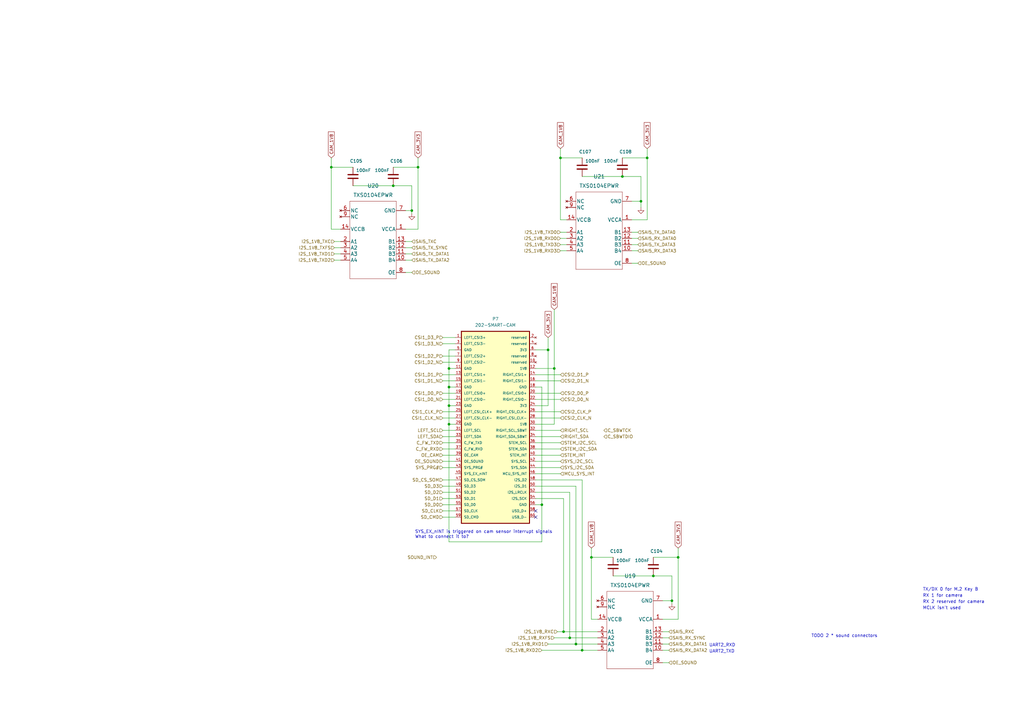
<source format=kicad_sch>
(kicad_sch (version 20211123) (generator eeschema)
  (paper "A3")
  (title_block (title "Media Domain") (comment 1 "Translation to 1V8") (comment 2 "Camera Connectors") (comment 3 "Sound Connectors"))
  (lib_symbols
    (symbol "Device:C" (pin_numbers hide) (pin_names (offset 0.254))
      (property "Reference" "C" (at 0.635 2.54 0))
      (property "Value" "C" (at 0.635 -2.54 0))
      (symbol "C_0_1"
        (polyline (pts (xy -2.032 -0.762) (xy 2.032 -0.762)) (stroke (width 0.508)))
        (polyline (pts (xy -2.032 0.762) (xy 2.032 0.762)) (stroke (width 0.508)))
      )
      (symbol "C_1_1"
        (pin passive line (at 0 3.81 270) (length 2.794) (name "~") (number "1"))
        (pin passive line (at 0 -3.81 90) (length 2.794) (name "~") (number "2"))
      )
    )
    (symbol "Ziloo:202-SMART-CAM" (pin_names (offset 1.016))
      (property "Reference" "P?" (at -1.27 35.56 0))
      (property "Value" "202-SMART-CAM" (at -6.35 -49.53 0))
      (symbol "202-SMART-CAM_0_0"
        (rectangle (start -13.97 33.02) (end 13.97 -45.72) (stroke (width 0.4064)) (fill (type background)))
        (pin passive line (at -16.51 30.48 0) (length 2.54) (name "LEFT_CSI3+") (number "1"))
        (pin no_connect line (at 16.51 20.32 180) (length 2.54) (name "reserved") (number "10"))
        (pin power_in line (at -16.51 17.78 0) (length 2.54) (name "GND") (number "11"))
        (pin power_in line (at 16.51 17.78 180) (length 2.54) (name "1V8") (number "12"))
        (pin passive line (at -16.51 15.24 0) (length 2.54) (name "LEFT_CSI1+") (number "13"))
        (pin passive line (at 16.51 15.24 180) (length 2.54) (name "RIGHT_CSI1+") (number "14"))
        (pin passive line (at -16.51 12.7 0) (length 2.54) (name "LEFT_CSI1-") (number "15"))
        (pin passive line (at 16.51 12.7 180) (length 2.54) (name "RIGHT_CSI1-") (number "16"))
        (pin power_in line (at -16.51 10.16 0) (length 2.54) (name "GND") (number "17"))
        (pin power_in line (at 16.51 10.16 180) (length 2.54) (name "GND") (number "18"))
        (pin passive line (at -16.51 7.62 0) (length 2.54) (name "LEFT_CSI0+") (number "19"))
        (pin no_connect line (at 16.51 30.48 180) (length 2.54) (name "reserved") (number "2"))
        (pin passive line (at 16.51 7.62 180) (length 2.54) (name "RIGHT_CSI0+") (number "20"))
        (pin passive line (at -16.51 5.08 0) (length 2.54) (name "LEFT_CSI0-") (number "21"))
        (pin passive line (at 16.51 5.08 180) (length 2.54) (name "RIGHT_CSI0-") (number "22"))
        (pin power_in line (at -16.51 2.54 0) (length 2.54) (name "GND") (number "23"))
        (pin passive line (at 16.51 2.54 180) (length 2.54) (name "3V3") (number "24"))
        (pin passive line (at -16.51 0 0) (length 2.54) (name "LEFT_CSI_CLK+") (number "25"))
        (pin passive line (at 16.51 0 180) (length 2.54) (name "RIGHT_CSI_CLK+") (number "26"))
        (pin passive line (at -16.51 -2.54 0) (length 2.54) (name "LEFT_CSI_CLK-") (number "27"))
        (pin passive line (at 16.51 -2.54 180) (length 2.54) (name "RIGHT_CSI_CLK-") (number "28"))
        (pin power_in line (at -16.51 -5.08 0) (length 2.54) (name "GND") (number "29"))
        (pin passive line (at -16.51 27.94 0) (length 2.54) (name "LEFT_CSI3-") (number "3"))
        (pin power_in line (at 16.51 -5.08 180) (length 2.54) (name "1V8") (number "30"))
        (pin passive line (at -16.51 -7.62 0) (length 2.54) (name "LEFT_SCL") (number "31"))
        (pin passive line (at 16.51 -7.62 180) (length 2.54) (name "RIGHT_SCL_SBWT") (number "32"))
        (pin passive line (at -16.51 -10.16 0) (length 2.54) (name "LEFT_SDA") (number "33"))
        (pin passive line (at 16.51 -10.16 180) (length 2.54) (name "RIGHT_SDA_SBWT") (number "34"))
        (pin bidirectional line (at -16.51 -12.7 0) (length 2.54) (name "C_FW_TXD") (number "35"))
        (pin passive line (at 16.51 -12.7 180) (length 2.54) (name "STEM_SCL") (number "36"))
        (pin input line (at -16.51 -15.24 0) (length 2.54) (name "C_FW_RXD") (number "37"))
        (pin passive line (at 16.51 -15.24 180) (length 2.54) (name "STEM_SDA") (number "38"))
        (pin input line (at -16.51 -17.78 0) (length 2.54) (name "OE_CAM") (number "39"))
        (pin no_connect line (at 16.51 27.94 180) (length 2.54) (name "reserved") (number "4"))
        (pin passive line (at 16.51 -17.78 180) (length 2.54) (name "STEM_INT") (number "40"))
        (pin input line (at -16.51 -20.32 0) (length 2.54) (name "OE_SOUND") (number "41"))
        (pin passive line (at 16.51 -20.32 180) (length 2.54) (name "SYS_SCL") (number "42"))
        (pin input line (at -16.51 -22.86 0) (length 2.54) (name "SYS_PRG#") (number "43"))
        (pin passive line (at 16.51 -22.86 180) (length 2.54) (name "SYS_SDA") (number "44"))
        (pin output line (at -16.51 -25.4 0) (length 2.54) (name "SYS_EX_nINT") (number "45"))
        (pin passive line (at 16.51 -25.4 180) (length 2.54) (name "MCU_SYS_INT") (number "46"))
        (pin passive line (at -16.51 -27.94 0) (length 2.54) (name "SD_CS_SOM") (number "47"))
        (pin passive line (at 16.51 -27.94 180) (length 2.54) (name "I2S_D2") (number "48"))
        (pin passive line (at -16.51 -30.48 0) (length 2.54) (name "SD_D3") (number "49"))
        (pin power_in line (at -16.51 25.4 0) (length 2.54) (name "GND") (number "5"))
        (pin passive line (at 16.51 -30.48 180) (length 2.54) (name "I2S_D1") (number "50"))
        (pin passive line (at -16.51 -33.02 0) (length 2.54) (name "SD_D2") (number "51"))
        (pin passive line (at 16.51 -33.02 180) (length 2.54) (name "I2S_LRCLK") (number "52"))
        (pin passive line (at -16.51 -35.56 0) (length 2.54) (name "SD_D1") (number "53"))
        (pin passive line (at 16.51 -35.56 180) (length 2.54) (name "I2S_SCK") (number "54"))
        (pin passive line (at -16.51 -38.1 0) (length 2.54) (name "SD_D0") (number "55"))
        (pin power_in line (at 16.51 -38.1 180) (length 2.54) (name "GND") (number "56"))
        (pin passive line (at -16.51 -40.64 0) (length 2.54) (name "SD_CLK") (number "57"))
        (pin passive line (at 16.51 -40.64 180) (length 2.54) (name "USD_D+") (number "58"))
        (pin passive line (at -16.51 -43.18 0) (length 2.54) (name "SD_CMD") (number "59"))
        (pin power_in line (at 16.51 25.4 180) (length 2.54) (name "3V3") (number "6"))
        (pin passive line (at 16.51 -43.18 180) (length 2.54) (name "USB_D-") (number "60"))
        (pin passive line (at -16.51 22.86 0) (length 2.54) (name "LEFT_CSI2+") (number "7"))
        (pin no_connect line (at 16.51 22.86 180) (length 2.54) (name "reserved") (number "8"))
        (pin passive line (at -16.51 20.32 0) (length 2.54) (name "LEFT_CSI2-") (number "9"))
      )
    )
    (symbol "Ziloo:TXS0104EPWR" (pin_names (offset 0.254))
      (property "Reference" "U?" (at -1.27 20.32 0))
      (property "Value" "TXS0104EPWR" (at 0 17.78 0))
      (symbol "TXS0104EPWR_1_1"
        (polyline (pts (xy -10.16 -16.51) (xy 8.89 -16.51)) (stroke (width 0.127)))
        (polyline (pts (xy -10.16 15.24) (xy -10.16 -16.51)) (stroke (width 0.127)))
        (polyline (pts (xy 8.89 -16.51) (xy 8.89 15.24)) (stroke (width 0.127)))
        (polyline (pts (xy 8.89 15.24) (xy -10.16 15.24)) (stroke (width 0.127)))
        (pin power_in line (at 12.7 3.81 180) (length 3.81) (name "VCCA") (number "1"))
        (pin bidirectional line (at 12.7 -8.89 180) (length 3.81) (name "B4") (number "10"))
        (pin bidirectional line (at 12.7 -6.35 180) (length 3.81) (name "B3") (number "11"))
        (pin bidirectional line (at 12.7 -3.81 180) (length 3.81) (name "B2") (number "12"))
        (pin bidirectional line (at 12.7 -1.27 180) (length 3.81) (name "B1") (number "13"))
        (pin power_in line (at -13.97 3.81 0) (length 3.81) (name "VCCB") (number "14"))
        (pin bidirectional line (at -13.97 -1.27 0) (length 3.81) (name "A1") (number "2"))
        (pin bidirectional line (at -13.97 -3.81 0) (length 3.81) (name "A2") (number "3"))
        (pin bidirectional line (at -13.97 -6.35 0) (length 3.81) (name "A3") (number "4"))
        (pin bidirectional line (at -13.97 -8.89 0) (length 3.81) (name "A4") (number "5"))
        (pin no_connect line (at -13.97 11.43 0) (length 3.81) (name "NC") (number "6"))
        (pin power_in line (at 12.7 11.43 180) (length 3.81) (name "GND") (number "7"))
        (pin output line (at 12.7 -13.97 180) (length 3.81) (name "OE") (number "8"))
        (pin no_connect line (at -13.97 8.89 0) (length 3.81) (name "NC") (number "9"))
      )
    )
    (symbol "power:GND" (power) (pin_names (offset 0))
      (property "Value" "GND" (at 0 -3.81 0))
      (symbol "GND_0_1"
        (polyline (pts (xy 0 0) (xy 0 -1.27) (xy 1.27 -1.27) (xy 0 -2.54) (xy -1.27 -1.27) (xy 0 -1.27)))
      )
      (symbol "GND_1_1"
        (pin power_in line (at 0 0 270) (length 0) hide (name "GND") (number "1"))
      )
    )
  )
  (junction (at 278.13 228.6))
  (junction (at 242.57 228.6))
  (junction (at 184.15 158.75))
  (junction (at 229.87 64.77))
  (junction (at 161.29 76.2))
  (junction (at 267.97 236.22))
  (junction (at 184.15 173.99))
  (junction (at 224.79 143.51))
  (junction (at 255.27 72.39))
  (junction (at 168.91 86.36))
  (junction (at 265.43 64.77))
  (junction (at 233.68 261.62))
  (junction (at 275.59 246.38))
  (junction (at 184.15 166.37))
  (junction (at 238.76 266.7))
  (junction (at 231.14 259.08))
  (junction (at 171.45 68.58))
  (junction (at 222.25 207.01))
  (junction (at 135.89 68.58))
  (junction (at 184.15 151.13))
  (junction (at 236.22 264.16))
  (junction (at 262.89 82.55))
  (junction (at 227.33 151.13))
  (no_connect (at 219.71 209.55))
  (no_connect (at 219.71 212.09))
  (wire (pts (xy 236.22 199.39) (xy 236.22 264.16)))
  (wire (pts (xy 274.32 271.78) (xy 271.78 271.78)))
  (wire (pts (xy 168.91 86.36) (xy 168.91 87.63)))
  (wire (pts (xy 229.87 60.96) (xy 229.87 64.77)))
  (wire (pts (xy 238.76 266.7) (xy 222.25 266.7)))
  (wire (pts (xy 219.71 186.69) (xy 229.87 186.69)))
  (wire (pts (xy 219.71 168.91) (xy 229.87 168.91)))
  (wire (pts (xy 166.37 93.98) (xy 171.45 93.98)))
  (wire (pts (xy 181.61 209.55) (xy 186.69 209.55)))
  (wire (pts (xy 144.78 76.2) (xy 161.29 76.2)))
  (wire (pts (xy 184.15 173.99) (xy 184.15 166.37)))
  (wire (pts (xy 275.59 236.22) (xy 275.59 246.38)))
  (wire (pts (xy 229.87 97.79) (xy 232.41 97.79)))
  (wire (pts (xy 135.89 93.98) (xy 135.89 68.58)))
  (wire (pts (xy 261.62 102.87) (xy 259.08 102.87)))
  (wire (pts (xy 222.25 207.01) (xy 222.25 222.25)))
  (wire (pts (xy 262.89 82.55) (xy 262.89 85.09)))
  (wire (pts (xy 184.15 158.75) (xy 186.69 158.75)))
  (wire (pts (xy 184.15 151.13) (xy 184.15 143.51)))
  (wire (pts (xy 242.57 254) (xy 245.11 254)))
  (wire (pts (xy 168.91 76.2) (xy 168.91 86.36)))
  (wire (pts (xy 222.25 222.25) (xy 184.15 222.25)))
  (wire (pts (xy 261.62 97.79) (xy 259.08 97.79)))
  (wire (pts (xy 181.61 140.97) (xy 186.69 140.97)))
  (wire (pts (xy 229.87 90.17) (xy 232.41 90.17)))
  (wire (pts (xy 181.61 184.15) (xy 186.69 184.15)))
  (wire (pts (xy 224.79 138.43) (xy 224.79 143.51)))
  (wire (pts (xy 137.16 99.06) (xy 139.7 99.06)))
  (wire (pts (xy 219.71 201.93) (xy 233.68 201.93)))
  (wire (pts (xy 168.91 101.6) (xy 166.37 101.6)))
  (wire (pts (xy 181.61 161.29) (xy 186.69 161.29)))
  (wire (pts (xy 238.76 72.39) (xy 255.27 72.39)))
  (wire (pts (xy 227.33 127) (xy 227.33 151.13)))
  (wire (pts (xy 135.89 68.58) (xy 144.78 68.58)))
  (wire (pts (xy 181.61 196.85) (xy 186.69 196.85)))
  (wire (pts (xy 181.61 181.61) (xy 186.69 181.61)))
  (wire (pts (xy 219.71 194.31) (xy 229.87 194.31)))
  (wire (pts (xy 229.87 90.17) (xy 229.87 64.77)))
  (wire (pts (xy 278.13 254) (xy 278.13 228.6)))
  (wire (pts (xy 219.71 189.23) (xy 229.87 189.23)))
  (wire (pts (xy 265.43 64.77) (xy 255.27 64.77)))
  (wire (pts (xy 219.71 207.01) (xy 222.25 207.01)))
  (wire (pts (xy 229.87 100.33) (xy 232.41 100.33)))
  (wire (pts (xy 219.71 191.77) (xy 229.87 191.77)))
  (wire (pts (xy 168.91 111.76) (xy 166.37 111.76)))
  (wire (pts (xy 251.46 236.22) (xy 267.97 236.22)))
  (wire (pts (xy 219.71 153.67) (xy 229.87 153.67)))
  (wire (pts (xy 242.57 254) (xy 242.57 228.6)))
  (wire (pts (xy 181.61 212.09) (xy 186.69 212.09)))
  (wire (pts (xy 184.15 143.51) (xy 186.69 143.51)))
  (wire (pts (xy 181.61 176.53) (xy 186.69 176.53)))
  (wire (pts (xy 233.68 201.93) (xy 233.68 261.62)))
  (wire (pts (xy 219.71 143.51) (xy 224.79 143.51)))
  (wire (pts (xy 265.43 90.17) (xy 265.43 64.77)))
  (wire (pts (xy 274.32 264.16) (xy 271.78 264.16)))
  (wire (pts (xy 231.14 259.08) (xy 245.11 259.08)))
  (wire (pts (xy 184.15 173.99) (xy 186.69 173.99)))
  (wire (pts (xy 168.91 104.14) (xy 166.37 104.14)))
  (wire (pts (xy 229.87 64.77) (xy 238.76 64.77)))
  (wire (pts (xy 238.76 266.7) (xy 245.11 266.7)))
  (wire (pts (xy 219.71 196.85) (xy 238.76 196.85)))
  (wire (pts (xy 227.33 261.62) (xy 233.68 261.62)))
  (wire (pts (xy 181.61 146.05) (xy 186.69 146.05)))
  (wire (pts (xy 171.45 64.77) (xy 171.45 68.58)))
  (wire (pts (xy 181.61 189.23) (xy 186.69 189.23)))
  (wire (pts (xy 161.29 76.2) (xy 168.91 76.2)))
  (wire (pts (xy 219.71 158.75) (xy 222.25 158.75)))
  (wire (pts (xy 219.71 199.39) (xy 236.22 199.39)))
  (wire (pts (xy 261.62 107.95) (xy 259.08 107.95)))
  (wire (pts (xy 267.97 236.22) (xy 275.59 236.22)))
  (wire (pts (xy 233.68 261.62) (xy 245.11 261.62)))
  (wire (pts (xy 184.15 166.37) (xy 186.69 166.37)))
  (wire (pts (xy 181.61 138.43) (xy 186.69 138.43)))
  (wire (pts (xy 181.61 148.59) (xy 186.69 148.59)))
  (wire (pts (xy 259.08 82.55) (xy 262.89 82.55)))
  (wire (pts (xy 222.25 158.75) (xy 222.25 207.01)))
  (wire (pts (xy 168.91 106.68) (xy 166.37 106.68)))
  (wire (pts (xy 219.71 163.83) (xy 229.87 163.83)))
  (wire (pts (xy 184.15 151.13) (xy 186.69 151.13)))
  (wire (pts (xy 184.15 222.25) (xy 184.15 173.99)))
  (wire (pts (xy 181.61 168.91) (xy 186.69 168.91)))
  (wire (pts (xy 181.61 171.45) (xy 186.69 171.45)))
  (wire (pts (xy 227.33 151.13) (xy 227.33 173.99)))
  (wire (pts (xy 181.61 163.83) (xy 186.69 163.83)))
  (wire (pts (xy 271.78 246.38) (xy 275.59 246.38)))
  (wire (pts (xy 238.76 196.85) (xy 238.76 266.7)))
  (wire (pts (xy 135.89 93.98) (xy 139.7 93.98)))
  (wire (pts (xy 261.62 95.25) (xy 259.08 95.25)))
  (wire (pts (xy 271.78 254) (xy 278.13 254)))
  (wire (pts (xy 274.32 259.08) (xy 271.78 259.08)))
  (wire (pts (xy 171.45 93.98) (xy 171.45 68.58)))
  (wire (pts (xy 171.45 68.58) (xy 161.29 68.58)))
  (wire (pts (xy 219.71 171.45) (xy 229.87 171.45)))
  (wire (pts (xy 219.71 184.15) (xy 229.87 184.15)))
  (wire (pts (xy 231.14 204.47) (xy 231.14 259.08)))
  (wire (pts (xy 262.89 72.39) (xy 262.89 82.55)))
  (wire (pts (xy 184.15 166.37) (xy 184.15 158.75)))
  (wire (pts (xy 261.62 100.33) (xy 259.08 100.33)))
  (wire (pts (xy 274.32 266.7) (xy 271.78 266.7)))
  (wire (pts (xy 242.57 224.79) (xy 242.57 228.6)))
  (wire (pts (xy 135.89 64.77) (xy 135.89 68.58)))
  (wire (pts (xy 219.71 173.99) (xy 227.33 173.99)))
  (wire (pts (xy 228.6 259.08) (xy 231.14 259.08)))
  (wire (pts (xy 166.37 86.36) (xy 168.91 86.36)))
  (wire (pts (xy 137.16 104.14) (xy 139.7 104.14)))
  (wire (pts (xy 278.13 224.79) (xy 278.13 228.6)))
  (wire (pts (xy 232.41 102.87) (xy 229.87 102.87)))
  (wire (pts (xy 224.79 143.51) (xy 224.79 166.37)))
  (wire (pts (xy 219.71 156.21) (xy 229.87 156.21)))
  (wire (pts (xy 181.61 199.39) (xy 186.69 199.39)))
  (wire (pts (xy 181.61 179.07) (xy 186.69 179.07)))
  (wire (pts (xy 229.87 95.25) (xy 232.41 95.25)))
  (wire (pts (xy 278.13 228.6) (xy 267.97 228.6)))
  (wire (pts (xy 181.61 153.67) (xy 186.69 153.67)))
  (wire (pts (xy 265.43 60.96) (xy 265.43 64.77)))
  (wire (pts (xy 219.71 176.53) (xy 229.87 176.53)))
  (wire (pts (xy 181.61 207.01) (xy 186.69 207.01)))
  (wire (pts (xy 236.22 264.16) (xy 245.11 264.16)))
  (wire (pts (xy 139.7 106.68) (xy 137.16 106.68)))
  (wire (pts (xy 275.59 246.38) (xy 275.59 247.65)))
  (wire (pts (xy 168.91 99.06) (xy 166.37 99.06)))
  (wire (pts (xy 181.61 204.47) (xy 186.69 204.47)))
  (wire (pts (xy 181.61 156.21) (xy 186.69 156.21)))
  (wire (pts (xy 219.71 181.61) (xy 229.87 181.61)))
  (wire (pts (xy 242.57 228.6) (xy 251.46 228.6)))
  (wire (pts (xy 181.61 186.69) (xy 186.69 186.69)))
  (wire (pts (xy 219.71 151.13) (xy 227.33 151.13)))
  (wire (pts (xy 219.71 179.07) (xy 229.87 179.07)))
  (wire (pts (xy 181.61 201.93) (xy 186.69 201.93)))
  (wire (pts (xy 224.79 264.16) (xy 236.22 264.16)))
  (wire (pts (xy 184.15 158.75) (xy 184.15 151.13)))
  (wire (pts (xy 137.16 101.6) (xy 139.7 101.6)))
  (wire (pts (xy 181.61 191.77) (xy 186.69 191.77)))
  (wire (pts (xy 219.71 166.37) (xy 224.79 166.37)))
  (wire (pts (xy 219.71 161.29) (xy 229.87 161.29)))
  (wire (pts (xy 274.32 261.62) (xy 271.78 261.62)))
  (wire (pts (xy 255.27 72.39) (xy 262.89 72.39)))
  (wire (pts (xy 259.08 90.17) (xy 265.43 90.17)))
  (wire (pts (xy 219.71 204.47) (xy 231.14 204.47)))
  (text "SYS_EX_nINT is triggered on cam sensor interrupt signals\nWhat to connect it to?" (at 170.18 220.98 0) (effects (font (size 1.27 1.27)) (justify left bottom)))
  (text "MCLK isn't used\n" (at 378.46 250.19 0) (effects (font (size 1.27 1.27)) (justify left bottom)))
  (text "RX 2 reserved for camera" (at 378.46 247.65 0) (effects (font (size 1.27 1.27)) (justify left bottom)))
  (text "TX/DX 0 for M.2 Key B" (at 378.46 242.57 0) (effects (font (size 1.27 1.27)) (justify left bottom)))
  (text "RX 1 for camera\n" (at 378.46 245.11 0) (effects (font (size 1.27 1.27)) (justify left bottom)))
  (text "TODO 2 * sound connectors" (at 332.74 261.62 0) (effects (font (size 1.27 1.27)) (justify left bottom)))
  (text "UART2_RXD\n" (at 290.83 265.43 0) (effects (font (size 1.27 1.27)) (justify left bottom)))
  (text "UART2_TXD\n" (at 290.83 267.97 0) (effects (font (size 1.27 1.27)) (justify left bottom)))
  (global_label "CAM_3V3" (shape input) (at 265.43 60.96 90) (property "Intersheet References" "${INTERSHEET_REFS}" (effects hide)))
  (global_label "CAM_1V8" (shape input) (at 135.89 64.77 90) (property "Intersheet References" "${INTERSHEET_REFS}" (effects hide)))
  (global_label "CAM_3V3" (shape input) (at 171.45 64.77 90) (property "Intersheet References" "${INTERSHEET_REFS}" (effects hide)))
  (global_label "CAM_3V3" (shape input) (at 278.13 224.79 90) (property "Intersheet References" "${INTERSHEET_REFS}" (effects hide)))
  (global_label "CAM_1V8" (shape input) (at 227.33 127 90) (property "Intersheet References" "${INTERSHEET_REFS}" (effects hide)))
  (global_label "CAM_3V3" (shape input) (at 224.79 138.43 90) (property "Intersheet References" "${INTERSHEET_REFS}" (effects hide)))
  (global_label "CAM_1V8" (shape input) (at 229.87 60.96 90) (property "Intersheet References" "${INTERSHEET_REFS}" (effects hide)))
  (global_label "CAM_1V8" (shape input) (at 242.57 224.79 90) (property "Intersheet References" "${INTERSHEET_REFS}" (effects hide)))
  (hierarchical_label "SAI5_TXC" (shape input) (at 168.91 99.06 0))
  (hierarchical_label "SAI5_RX_SYNC" (shape input) (at 274.32 261.62 0))
  (hierarchical_label "OE_SOUND" (shape input) (at 181.61 189.23 180))
  (hierarchical_label "I2S_1V8_RXD0" (shape input) (at 229.87 97.79 180))
  (hierarchical_label "CSI1_D2_P" (shape input) (at 181.61 146.05 180))
  (hierarchical_label "C_SBWTDIO" (shape input) (at 247.65 179.07 0))
  (hierarchical_label "MCU_SYS_INT" (shape input) (at 229.87 194.31 0))
  (hierarchical_label "CSI2_D1_P" (shape input) (at 229.87 153.67 0))
  (hierarchical_label "SAI5_RX_DATA1" (shape input) (at 274.32 264.16 0))
  (hierarchical_label "OE_SOUND" (shape input) (at 274.32 271.78 0))
  (hierarchical_label "CSI1_D0_P" (shape input) (at 181.61 161.29 180))
  (hierarchical_label "SYS_I2C_SDA" (shape input) (at 229.87 191.77 0))
  (hierarchical_label "CSI1_CLK_N" (shape input) (at 181.61 171.45 180))
  (hierarchical_label "CSI1_D3_P" (shape input) (at 181.61 138.43 180))
  (hierarchical_label "OE_SOUND" (shape input) (at 168.91 111.76 0))
  (hierarchical_label "CSI1_D0_N" (shape input) (at 181.61 163.83 180))
  (hierarchical_label "SAI5_RX_DATA0" (shape input) (at 261.62 97.79 0))
  (hierarchical_label "CSI1_D3_N" (shape input) (at 181.61 140.97 180))
  (hierarchical_label "LEFT_SCL" (shape input) (at 181.61 176.53 180))
  (hierarchical_label "SAI5_TX_DATA3" (shape input) (at 261.62 100.33 0))
  (hierarchical_label "SAI5_RXC" (shape input) (at 274.32 259.08 0))
  (hierarchical_label "RIGHT_SDA" (shape input) (at 229.87 179.07 0))
  (hierarchical_label "CSI2_CLK_P" (shape input) (at 229.87 168.91 0))
  (hierarchical_label "SD_D1" (shape input) (at 181.61 204.47 180))
  (hierarchical_label "CSI1_CLK_P" (shape input) (at 181.61 168.91 180))
  (hierarchical_label "CSI1_D2_N" (shape input) (at 181.61 148.59 180))
  (hierarchical_label "I2S_1V8_RXC" (shape input) (at 228.6 259.08 180))
  (hierarchical_label "SAI5_TX_DATA1" (shape input) (at 168.91 104.14 0))
  (hierarchical_label "C_FW_RXD" (shape input) (at 181.61 184.15 180))
  (hierarchical_label "SYS_I2C_SCL" (shape input) (at 229.87 189.23 0))
  (hierarchical_label "SYS_PRG#" (shape input) (at 181.61 191.77 180))
  (hierarchical_label "CSI1_D1_P" (shape input) (at 181.61 153.67 180))
  (hierarchical_label "STEM_INT" (shape input) (at 229.87 186.69 0))
  (hierarchical_label "CSI2_D0_N" (shape input) (at 229.87 163.83 0))
  (hierarchical_label "SD_CLK" (shape input) (at 181.61 209.55 180))
  (hierarchical_label "I2S_1V8_TXFS" (shape input) (at 137.16 101.6 180))
  (hierarchical_label "SAI5_RX_DATA2" (shape input) (at 274.32 266.7 0))
  (hierarchical_label "I2S_1V8_TXD2" (shape input) (at 137.16 106.68 180))
  (hierarchical_label "SD_D2" (shape input) (at 181.61 201.93 180))
  (hierarchical_label "I2S_1V8_RXD3" (shape input) (at 229.87 102.87 180))
  (hierarchical_label "I2S_1V8_TXD0" (shape input) (at 229.87 95.25 180))
  (hierarchical_label "RIGHT_SCL" (shape input) (at 229.87 176.53 0))
  (hierarchical_label "SD_CS_SOM" (shape input) (at 181.61 196.85 180))
  (hierarchical_label "LEFT_SDA" (shape input) (at 181.61 179.07 180))
  (hierarchical_label "SAI5_TX_DATA2" (shape input) (at 168.91 106.68 0))
  (hierarchical_label "CSI2_D1_N" (shape input) (at 229.87 156.21 0))
  (hierarchical_label "I2S_1V8_TXD1" (shape input) (at 137.16 104.14 180))
  (hierarchical_label "I2S_1V8_TXC" (shape input) (at 137.16 99.06 180))
  (hierarchical_label "SAI5_RX_DATA3" (shape input) (at 261.62 102.87 0))
  (hierarchical_label "SD_CMD" (shape input) (at 181.61 212.09 180))
  (hierarchical_label "SOUND_INT" (shape input) (at 179.07 228.6 180))
  (hierarchical_label "SAI5_TX_SYNC" (shape input) (at 168.91 101.6 0))
  (hierarchical_label "SD_D0" (shape input) (at 181.61 207.01 180))
  (hierarchical_label "C_SBWTCK" (shape input) (at 247.65 176.53 0))
  (hierarchical_label "SAI5_TX_DATA0" (shape input) (at 261.62 95.25 0))
  (hierarchical_label "OE_CAM" (shape input) (at 181.61 186.69 180))
  (hierarchical_label "OE_SOUND" (shape input) (at 261.62 107.95 0))
  (hierarchical_label "I2S_1V8_RXD1" (shape input) (at 224.79 264.16 180))
  (hierarchical_label "I2S_1V8_RXD2" (shape input) (at 222.25 266.7 180))
  (hierarchical_label "C_FW_TXD" (shape input) (at 181.61 181.61 180))
  (hierarchical_label "I2S_1V8_TXD3" (shape input) (at 229.87 100.33 180))
  (hierarchical_label "SD_D3" (shape input) (at 181.61 199.39 180))
  (hierarchical_label "STEM_I2C_SDA" (shape input) (at 229.87 184.15 0))
  (hierarchical_label "CSI2_CLK_N" (shape input) (at 229.87 171.45 0))
  (hierarchical_label "I2S_1V8_RXFS" (shape input) (at 227.33 261.62 180))
  (hierarchical_label "STEM_I2C_SCL" (shape input) (at 229.87 181.61 0))
  (hierarchical_label "CSI2_D0_P" (shape input) (at 229.87 161.29 0))
  (hierarchical_label "CSI1_D1_N" (shape input) (at 181.61 156.21 180))
  (symbol (lib_id "Ziloo:TXS0104EPWR") (at 153.67 97.79 0) (unit 1)
    (property "Reference" "U20" (at 153.035 76.2 0) (effects (font (size 1.524 1.524))))
    (property "Value" "TXS0104EPWR" (at 153.035 80.01 0) (effects (font (size 1.524 1.524))))
    (property "Footprint" "Ziloo:TXS0104EPWR" (effects hide))
  )
  (symbol (lib_id "Ziloo:TXS0104EPWR") (at 246.38 93.98 0) (unit 1)
    (property "Reference" "U21" (at 245.745 72.39 0) (effects (font (size 1.524 1.524))))
    (property "Value" "TXS0104EPWR" (at 245.745 76.2 0) (effects (font (size 1.524 1.524))))
    (property "Footprint" "Ziloo:TXS0104EPWR" (effects hide))
  )
  (symbol (lib_id "Ziloo:TXS0104EPWR") (at 259.08 257.81 0) (unit 1)
    (property "Reference" "U19" (at 258.445 236.22 0) (effects (font (size 1.524 1.524))))
    (property "Value" "TXS0104EPWR" (at 258.445 240.03 0) (effects (font (size 1.524 1.524))))
    (property "Footprint" "Ziloo:TXS0104EPWR" (effects hide))
  )
  (symbol (lib_id "power:GND") (at 275.59 247.65 0) (unit 1)
    (property "Reference" "#PWR0129" (effects hide))
    (property "Value" "GND" (effects hide))
  )
  (symbol (lib_id "Device:C") (at 238.76 68.58 0) (unit 1)
    (property "Reference" "C107" (at 237.49 62.23 0) (effects (justify left)))
    (property "Value" "100nF" (at 240.03 66.04 0) (effects (justify left)))
    (property "Footprint" "Capacitor_SMD:C_0402_1005Metric" (effects hide))
  )
  (symbol (lib_id "Device:C") (at 161.29 72.39 0) (unit 1)
    (property "Reference" "C106" (at 160.02 66.04 0) (effects (justify left)))
    (property "Value" "100nF" (at 153.67 69.85 0) (effects (justify left)))
    (property "Footprint" "Capacitor_SMD:C_0402_1005Metric" (effects hide))
  )
  (symbol (lib_id "Device:C") (at 251.46 232.41 0) (unit 1)
    (property "Reference" "C103" (at 250.19 226.06 0) (effects (justify left)))
    (property "Value" "100nF" (at 252.73 229.87 0) (effects (justify left)))
    (property "Footprint" "Capacitor_SMD:C_0402_1005Metric" (effects hide))
  )
  (symbol (lib_id "Ziloo:202-SMART-CAM") (at 203.2 168.91 0) (unit 1)
    (property "Reference" "P7" (at 203.2 130.81 0))
    (property "Value" "202-SMART-CAM" (at 203.2 133.35 0))
    (property "Footprint" "Ziloo:DF40C-60DS-0.4V51" (effects hide))
    (property "Datasheet" "https://www.hirose.com/en/product/document?clcode=CL0684-4004-6-51&productname=DF40C-60DS-0.4V(51)&series=DF40&documenttype=2DDrawing&lang=en&documentid=0001001229" (effects hide))
    (property "MANUFACTURER" "Hirose Electric Co Ltd" (effects hide))
  )
  (symbol (lib_id "power:GND") (at 262.89 85.09 0) (unit 1)
    (property "Reference" "#PWR0126" (effects hide))
    (property "Value" "GND" (effects hide))
  )
  (symbol (lib_id "Device:C") (at 255.27 68.58 0) (unit 1)
    (property "Reference" "C108" (at 254 62.23 0) (effects (justify left)))
    (property "Value" "100nF" (at 247.65 66.04 0) (effects (justify left)))
    (property "Footprint" "Capacitor_SMD:C_0402_1005Metric" (effects hide))
  )
  (symbol (lib_id "Device:C") (at 267.97 232.41 0) (unit 1)
    (property "Reference" "C104" (at 266.7 226.06 0) (effects (justify left)))
    (property "Value" "100nF" (at 260.35 229.87 0) (effects (justify left)))
    (property "Footprint" "Capacitor_SMD:C_0402_1005Metric" (effects hide))
  )
  (symbol (lib_id "power:GND") (at 168.91 87.63 0) (unit 1)
    (property "Reference" "#PWR0118" (effects hide))
    (property "Value" "GND" (effects hide))
  )
  (symbol (lib_id "Device:C") (at 144.78 72.39 0) (unit 1)
    (property "Reference" "C105" (at 143.51 66.04 0) (effects (justify left)))
    (property "Value" "100nF" (at 146.05 69.85 0) (effects (justify left)))
    (property "Footprint" "Capacitor_SMD:C_0402_1005Metric" (effects hide))
  )
)
</source>
